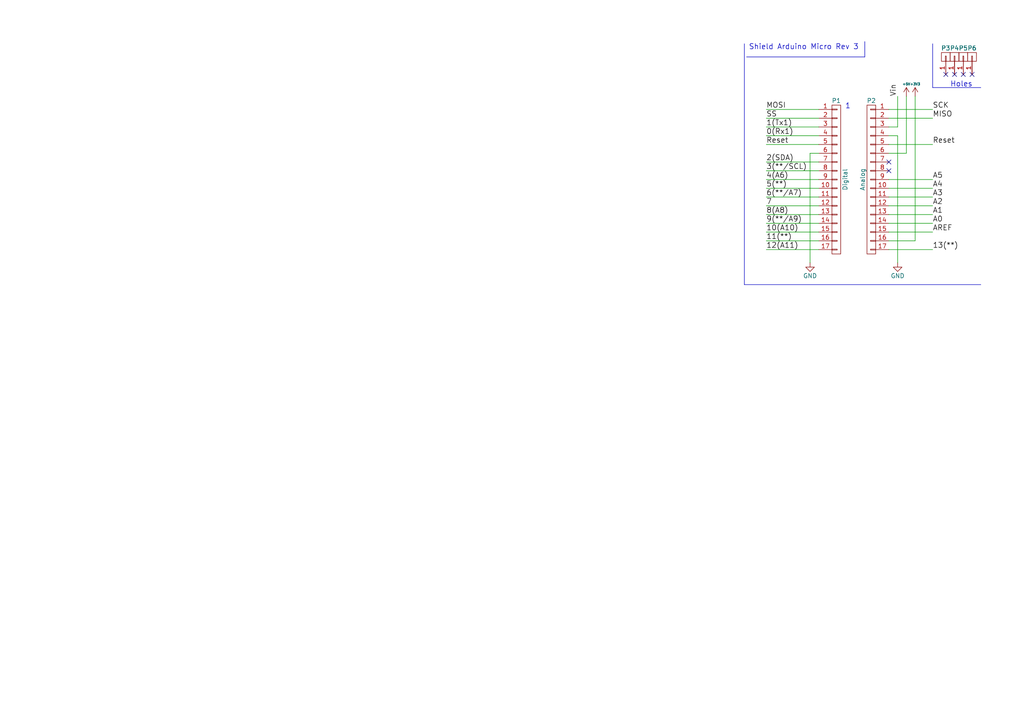
<source format=kicad_sch>
(kicad_sch (version 20230121) (generator eeschema)
  (paper "A4")
  (title_block (date "sam. 04 avril 2015"))
  (lib_symbols
    (symbol "Arduino_Micro-rescue:+3.3V" (power) (pin_names (offset 0))
      (property "Value" "+3.3V" (at 0 3.556 0))
      (symbol "+3.3V_0_1"
        (polyline (pts (xy -0.762 1.27) (xy 0 2.54)))
        (polyline (pts (xy 0 0) (xy 0 2.54)))
        (polyline (pts (xy 0 2.54) (xy 0.762 1.27)))
      )
      (symbol "+3.3V_1_1"
        (pin power_in line (at 0 0 90) (length 0) hide (name "+3V3") (number "1"))
      )
    )
    (symbol "Arduino_Micro-rescue:+5V" (power) (pin_names (offset 0))
      (property "Value" "+5V" (at 0 3.556 0))
      (symbol "+5V_0_1"
        (polyline (pts (xy -0.762 1.27) (xy 0 2.54)))
        (polyline (pts (xy 0 0) (xy 0 2.54)))
        (polyline (pts (xy 0 2.54) (xy 0.762 1.27)))
      )
      (symbol "+5V_1_1"
        (pin power_in line (at 0 0 90) (length 0) hide (name "+5V") (number "1"))
      )
    )
    (symbol "Arduino_Micro-rescue:CONN_01X01" (pin_names (offset 1.016) hide)
      (property "Reference" "P" (at 0 2.54 0))
      (property "Value" "CONN_01X01" (at 2.54 0 90))
      (symbol "CONN_01X01_0_1"
        (rectangle (start -1.27 0.127) (end 0.254 -0.127))
        (rectangle (start -1.27 1.27) (end 1.27 -1.27))
      )
      (symbol "CONN_01X01_1_1"
        (pin passive line (at -5.08 0 0) (length 3.81) (name "P1") (number "1"))
      )
    )
    (symbol "Arduino_Micro-rescue:CONN_01X17" (pin_names (offset 1.016) hide)
      (property "Reference" "P" (at 0 22.86 0))
      (property "Value" "CONN_01X17" (at 2.54 0 90))
      (symbol "CONN_01X17_0_1"
        (rectangle (start -1.27 -20.193) (end 0.254 -20.447))
        (rectangle (start -1.27 -17.653) (end 0.254 -17.907))
        (rectangle (start -1.27 -15.113) (end 0.254 -15.367))
        (rectangle (start -1.27 -12.573) (end 0.254 -12.827))
        (rectangle (start -1.27 -10.033) (end 0.254 -10.287))
        (rectangle (start -1.27 -7.493) (end 0.254 -7.747))
        (rectangle (start -1.27 -4.953) (end 0.254 -5.207))
        (rectangle (start -1.27 -2.413) (end 0.254 -2.667))
        (rectangle (start -1.27 0.127) (end 0.254 -0.127))
        (rectangle (start -1.27 2.667) (end 0.254 2.413))
        (rectangle (start -1.27 5.207) (end 0.254 4.953))
        (rectangle (start -1.27 7.747) (end 0.254 7.493))
        (rectangle (start -1.27 10.287) (end 0.254 10.033))
        (rectangle (start -1.27 12.827) (end 0.254 12.573))
        (rectangle (start -1.27 15.367) (end 0.254 15.113))
        (rectangle (start -1.27 17.907) (end 0.254 17.653))
        (rectangle (start -1.27 20.447) (end 0.254 20.193))
        (rectangle (start -1.27 21.59) (end 1.27 -21.59))
      )
      (symbol "CONN_01X17_1_1"
        (pin passive line (at -5.08 20.32 0) (length 3.81) (name "P1") (number "1"))
        (pin passive line (at -5.08 -2.54 0) (length 3.81) (name "P10") (number "10"))
        (pin passive line (at -5.08 -5.08 0) (length 3.81) (name "P11") (number "11"))
        (pin passive line (at -5.08 -7.62 0) (length 3.81) (name "P12") (number "12"))
        (pin passive line (at -5.08 -10.16 0) (length 3.81) (name "P13") (number "13"))
        (pin passive line (at -5.08 -12.7 0) (length 3.81) (name "P14") (number "14"))
        (pin passive line (at -5.08 -15.24 0) (length 3.81) (name "P15") (number "15"))
        (pin passive line (at -5.08 -17.78 0) (length 3.81) (name "P16") (number "16"))
        (pin passive line (at -5.08 -20.32 0) (length 3.81) (name "P17") (number "17"))
        (pin passive line (at -5.08 17.78 0) (length 3.81) (name "P2") (number "2"))
        (pin passive line (at -5.08 15.24 0) (length 3.81) (name "P3") (number "3"))
        (pin passive line (at -5.08 12.7 0) (length 3.81) (name "P4") (number "4"))
        (pin passive line (at -5.08 10.16 0) (length 3.81) (name "P5") (number "5"))
        (pin passive line (at -5.08 7.62 0) (length 3.81) (name "P6") (number "6"))
        (pin passive line (at -5.08 5.08 0) (length 3.81) (name "P7") (number "7"))
        (pin passive line (at -5.08 2.54 0) (length 3.81) (name "P8") (number "8"))
        (pin passive line (at -5.08 0 0) (length 3.81) (name "P9") (number "9"))
      )
    )
    (symbol "Arduino_Micro-rescue:GND" (power) (pin_names (offset 0))
      (property "Value" "GND" (at 0 -3.81 0))
      (symbol "GND_0_1"
        (polyline (pts (xy 0 0) (xy 0 -1.27) (xy 1.27 -1.27) (xy 0 -2.54) (xy -1.27 -1.27) (xy 0 -1.27)))
      )
      (symbol "GND_1_1"
        (pin power_in line (at 0 0 270) (length 0) hide (name "GND") (number "1"))
      )
    )
  )
  (no_connect (at 279.4 21.59))
  (no_connect (at 274.32 21.59))
  (no_connect (at 281.94 21.59))
  (no_connect (at 257.81 49.53))
  (no_connect (at 257.81 46.99))
  (no_connect (at 276.86 21.59))
  (wire (pts (xy 222.25 69.85) (xy 237.49 69.85)))
  (polyline (pts (xy 284.48 25.4) (xy 270.51 25.4)))
  (wire (pts (xy 222.25 72.39) (xy 237.49 72.39)))
  (wire (pts (xy 222.25 46.99) (xy 237.49 46.99)))
  (wire (pts (xy 222.25 52.07) (xy 237.49 52.07)))
  (polyline (pts (xy 250.825 16.51) (xy 250.825 12.065)))
  (wire (pts (xy 222.25 41.91) (xy 237.49 41.91)))
  (wire (pts (xy 257.81 36.83) (xy 260.35 36.83)))
  (wire (pts (xy 262.89 44.45) (xy 262.89 27.94)))
  (wire (pts (xy 270.51 64.77) (xy 257.81 64.77)))
  (wire (pts (xy 265.43 27.94) (xy 265.43 69.85)))
  (wire (pts (xy 270.51 52.07) (xy 257.81 52.07)))
  (wire (pts (xy 265.43 69.85) (xy 257.81 69.85)))
  (wire (pts (xy 270.51 57.15) (xy 257.81 57.15)))
  (polyline (pts (xy 215.9 82.55) (xy 284.48 82.55)))
  (wire (pts (xy 257.81 54.61) (xy 270.51 54.61)))
  (wire (pts (xy 234.95 44.45) (xy 234.95 76.2)))
  (wire (pts (xy 270.51 72.39) (xy 257.81 72.39)))
  (wire (pts (xy 270.51 59.69) (xy 257.81 59.69)))
  (polyline (pts (xy 215.9 12.7) (xy 215.9 82.55)))
  (wire (pts (xy 237.49 44.45) (xy 234.95 44.45)))
  (wire (pts (xy 222.25 54.61) (xy 237.49 54.61)))
  (wire (pts (xy 222.25 59.69) (xy 237.49 59.69)))
  (wire (pts (xy 222.25 31.75) (xy 237.49 31.75)))
  (wire (pts (xy 270.51 41.91) (xy 257.81 41.91)))
  (wire (pts (xy 222.25 57.15) (xy 237.49 57.15)))
  (wire (pts (xy 260.35 36.83) (xy 260.35 27.94)))
  (polyline (pts (xy 216.535 16.51) (xy 250.825 16.51)))
  (wire (pts (xy 222.25 49.53) (xy 237.49 49.53)))
  (wire (pts (xy 257.81 44.45) (xy 262.89 44.45)))
  (wire (pts (xy 260.35 39.37) (xy 260.35 76.2)))
  (wire (pts (xy 257.81 67.31) (xy 270.51 67.31)))
  (wire (pts (xy 257.81 62.23) (xy 270.51 62.23)))
  (wire (pts (xy 222.25 34.29) (xy 237.49 34.29)))
  (wire (pts (xy 270.51 31.75) (xy 257.81 31.75)))
  (wire (pts (xy 222.25 67.31) (xy 237.49 67.31)))
  (wire (pts (xy 222.25 39.37) (xy 237.49 39.37)))
  (polyline (pts (xy 270.51 25.4) (xy 270.51 12.7)))
  (wire (pts (xy 222.25 36.83) (xy 237.49 36.83)))
  (wire (pts (xy 257.81 34.29) (xy 270.51 34.29)))
  (wire (pts (xy 222.25 62.23) (xy 237.49 62.23)))
  (wire (pts (xy 257.81 39.37) (xy 260.35 39.37)))
  (wire (pts (xy 222.25 64.77) (xy 237.49 64.77)))
  (text "Holes" (at 275.59 25.4 0) (effects (font (size 1.524 1.524)) (justify left bottom)))
  (text "Shield Arduino Micro Rev 3" (at 217.17 14.605 0) (effects (font (size 1.524 1.524)) (justify left bottom)))
  (text "1" (at 245.11 31.75 0) (effects (font (size 1.524 1.524)) (justify left bottom)))
  (label "A2" (at 270.51 59.69 0) (effects (font (size 1.524 1.524))))
  (label "A3" (at 270.51 57.15 0) (effects (font (size 1.524 1.524))))
  (label "Reset" (at 222.25 41.91 0) (effects (font (size 1.524 1.524))))
  (label "AREF" (at 270.51 67.31 0) (effects (font (size 1.524 1.524))))
  (label "A1" (at 270.51 62.23 0) (effects (font (size 1.524 1.524))))
  (label "10(A10)" (at 222.25 67.31 0) (effects (font (size 1.524 1.524))))
  (label "9(**/A9)" (at 222.25 64.77 0) (effects (font (size 1.524 1.524))))
  (label "8(A8)" (at 222.25 62.23 0) (effects (font (size 1.524 1.524))))
  (label "SS" (at 222.25 34.29 0) (effects (font (size 1.524 1.524))))
  (label "0(Rx1)" (at 222.25 39.37 0) (effects (font (size 1.524 1.524))))
  (label "MISO" (at 270.51 34.29 0) (effects (font (size 1.524 1.524))))
  (label "1(Tx1)" (at 222.25 36.83 0) (effects (font (size 1.524 1.524))))
  (label "A4" (at 270.51 54.61 0) (effects (font (size 1.524 1.524))))
  (label "Reset" (at 270.51 41.91 0) (effects (font (size 1.524 1.524))))
  (label "Vin" (at 260.35 27.94 90) (effects (font (size 1.524 1.524))))
  (label "MOSI" (at 222.25 31.75 0) (effects (font (size 1.524 1.524))))
  (label "7" (at 222.25 59.69 0) (effects (font (size 1.524 1.524))))
  (label "2(SDA)" (at 222.25 46.99 0) (effects (font (size 1.524 1.524))))
  (label "SCK" (at 270.51 31.75 0) (effects (font (size 1.524 1.524))))
  (label "6(**/A7)" (at 222.25 57.15 0) (effects (font (size 1.524 1.524))))
  (label "13(**)" (at 270.51 72.39 0) (effects (font (size 1.524 1.524))))
  (label "A0" (at 270.51 64.77 0) (effects (font (size 1.524 1.524))))
  (label "3(**/SCL)" (at 222.25 49.53 0) (effects (font (size 1.524 1.524))))
  (label "A5" (at 270.51 52.07 0) (effects (font (size 1.524 1.524))))
  (label "12(A11)" (at 222.25 72.39 0) (effects (font (size 1.524 1.524))))
  (label "4(A6)" (at 222.25 52.07 0) (effects (font (size 1.524 1.524))))
  (label "11(**)" (at 222.25 69.85 0) (effects (font (size 1.524 1.524))))
  (label "5(**)" (at 222.25 54.61 0) (effects (font (size 1.524 1.524))))
  (symbol (lib_id "Arduino_Micro-rescue:CONN_01X17") (at 242.57 52.07 0) (unit 1)
    (property "Reference" "P1" (at 242.57 29.21 0))
    (property "Value" "Digital" (at 245.11 52.07 90))
    (property "Footprint" "Socket_Arduino_Micro:Socket_Strip_Arduino_1x17" (effects hide))
  )
  (symbol (lib_id "Arduino_Micro-rescue:CONN_01X17") (at 252.73 52.07 0) (mirror y) (unit 1)
    (property "Reference" "P2" (at 252.73 29.21 0))
    (property "Value" "Analog" (at 250.19 52.07 90))
    (property "Footprint" "Socket_Arduino_Micro:Socket_Strip_Arduino_1x17" (effects hide))
  )
  (symbol (lib_id "Arduino_Micro-rescue:GND") (at 234.95 76.2 0) (unit 1)
    (property "Reference" "#PWR01" (effects hide))
    (property "Value" "GND" (at 234.95 80.01 0))
  )
  (symbol (lib_id "Arduino_Micro-rescue:+5V") (at 262.89 27.94 0) (unit 1)
    (property "Reference" "#PWR02" (effects hide))
    (property "Value" "+5V" (at 262.89 24.384 0) (effects (font (size 0.7112 0.7112))))
  )
  (symbol (lib_id "Arduino_Micro-rescue:GND") (at 260.35 76.2 0) (unit 1)
    (property "Reference" "#PWR03" (effects hide))
    (property "Value" "GND" (at 260.35 80.01 0))
  )
  (symbol (lib_id "Arduino_Micro-rescue:+3.3V") (at 265.43 27.94 0) (unit 1)
    (property "Reference" "#PWR04" (effects hide))
    (property "Value" "+3.3V" (at 265.43 24.384 0) (effects (font (size 0.7112 0.7112))))
  )
  (symbol (lib_id "Arduino_Micro-rescue:CONN_01X01") (at 274.32 16.51 90) (unit 1)
    (property "Reference" "P3" (at 274.32 13.97 90))
    (property "Value" "CONN_01X01" (effects hide))
    (property "Footprint" "Socket_Arduino_Micro:1pin_Micro" (effects hide))
  )
  (symbol (lib_id "Arduino_Micro-rescue:CONN_01X01") (at 276.86 16.51 90) (unit 1)
    (property "Reference" "P4" (at 276.86 13.97 90))
    (property "Value" "CONN_01X01" (effects hide))
    (property "Footprint" "Socket_Arduino_Micro:1pin_Micro" (effects hide))
  )
  (symbol (lib_id "Arduino_Micro-rescue:CONN_01X01") (at 279.4 16.51 90) (unit 1)
    (property "Reference" "P5" (at 279.4 13.97 90))
    (property "Value" "CONN_01X01" (effects hide))
    (property "Footprint" "Socket_Arduino_Micro:1pin_Micro" (effects hide))
  )
  (symbol (lib_id "Arduino_Micro-rescue:CONN_01X01") (at 281.94 16.51 90) (unit 1)
    (property "Reference" "P6" (at 281.94 13.97 90))
    (property "Value" "CONN_01X01" (effects hide))
    (property "Footprint" "Socket_Arduino_Micro:1pin_Micro" (effects hide))
  )
)
</source>
